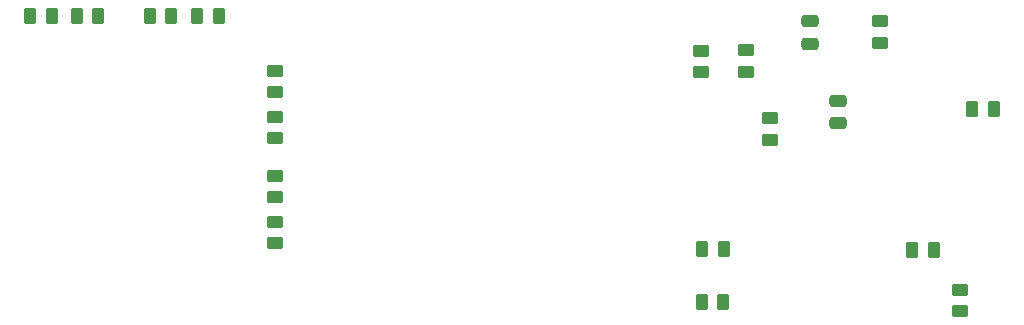
<source format=gbr>
%TF.GenerationSoftware,KiCad,Pcbnew,7.0.2*%
%TF.CreationDate,2023-07-26T08:06:31-03:00*%
%TF.ProjectId,Belliz_IOT,42656c6c-697a-45f4-994f-542e6b696361,rev?*%
%TF.SameCoordinates,Original*%
%TF.FileFunction,Paste,Top*%
%TF.FilePolarity,Positive*%
%FSLAX46Y46*%
G04 Gerber Fmt 4.6, Leading zero omitted, Abs format (unit mm)*
G04 Created by KiCad (PCBNEW 7.0.2) date 2023-07-26 08:06:31*
%MOMM*%
%LPD*%
G01*
G04 APERTURE LIST*
G04 Aperture macros list*
%AMRoundRect*
0 Rectangle with rounded corners*
0 $1 Rounding radius*
0 $2 $3 $4 $5 $6 $7 $8 $9 X,Y pos of 4 corners*
0 Add a 4 corners polygon primitive as box body*
4,1,4,$2,$3,$4,$5,$6,$7,$8,$9,$2,$3,0*
0 Add four circle primitives for the rounded corners*
1,1,$1+$1,$2,$3*
1,1,$1+$1,$4,$5*
1,1,$1+$1,$6,$7*
1,1,$1+$1,$8,$9*
0 Add four rect primitives between the rounded corners*
20,1,$1+$1,$2,$3,$4,$5,0*
20,1,$1+$1,$4,$5,$6,$7,0*
20,1,$1+$1,$6,$7,$8,$9,0*
20,1,$1+$1,$8,$9,$2,$3,0*%
G04 Aperture macros list end*
%ADD10RoundRect,0.250000X-0.262500X-0.450000X0.262500X-0.450000X0.262500X0.450000X-0.262500X0.450000X0*%
%ADD11RoundRect,0.250000X0.450000X-0.262500X0.450000X0.262500X-0.450000X0.262500X-0.450000X-0.262500X0*%
%ADD12RoundRect,0.250000X-0.450000X0.262500X-0.450000X-0.262500X0.450000X-0.262500X0.450000X0.262500X0*%
%ADD13RoundRect,0.250000X0.262500X0.450000X-0.262500X0.450000X-0.262500X-0.450000X0.262500X-0.450000X0*%
%ADD14RoundRect,0.250000X-0.475000X0.250000X-0.475000X-0.250000X0.475000X-0.250000X0.475000X0.250000X0*%
G04 APERTURE END LIST*
D10*
%TO.C,R11*%
X53071250Y-62708750D03*
X54896250Y-62708750D03*
%TD*%
D11*
%TO.C,R8*%
X109820000Y-67512500D03*
X109820000Y-65687500D03*
%TD*%
%TO.C,R9*%
X113680000Y-67452500D03*
X113680000Y-65627500D03*
%TD*%
D10*
%TO.C,R1*%
X132817500Y-70620000D03*
X134642500Y-70620000D03*
%TD*%
D12*
%TO.C,R17*%
X73741200Y-76260000D03*
X73741200Y-78085000D03*
%TD*%
D10*
%TO.C,R4*%
X127707500Y-82540000D03*
X129532500Y-82540000D03*
%TD*%
D11*
%TO.C,R16*%
X73741200Y-81995000D03*
X73741200Y-80170000D03*
%TD*%
%TO.C,R3*%
X131740000Y-87732500D03*
X131740000Y-85907500D03*
%TD*%
D10*
%TO.C,R13*%
X63178750Y-62708750D03*
X65003750Y-62708750D03*
%TD*%
D13*
%TO.C,R2*%
X69003750Y-62708750D03*
X67178750Y-62708750D03*
%TD*%
D10*
%TO.C,R5*%
X109887500Y-86960000D03*
X111712500Y-86960000D03*
%TD*%
D13*
%TO.C,R12*%
X58823750Y-62708750D03*
X56998750Y-62708750D03*
%TD*%
D11*
%TO.C,R14*%
X73770000Y-73080000D03*
X73770000Y-71255000D03*
%TD*%
%TO.C,R7*%
X115670000Y-73232500D03*
X115670000Y-71407500D03*
%TD*%
D14*
%TO.C,C1*%
X121450000Y-69940000D03*
X121450000Y-71840000D03*
%TD*%
D11*
%TO.C,R10*%
X124970000Y-65012500D03*
X124970000Y-63187500D03*
%TD*%
D13*
%TO.C,R6*%
X111772500Y-82440000D03*
X109947500Y-82440000D03*
%TD*%
D14*
%TO.C,C2*%
X119110000Y-63180000D03*
X119110000Y-65080000D03*
%TD*%
D12*
%TO.C,R15*%
X73770000Y-67355000D03*
X73770000Y-69180000D03*
%TD*%
M02*

</source>
